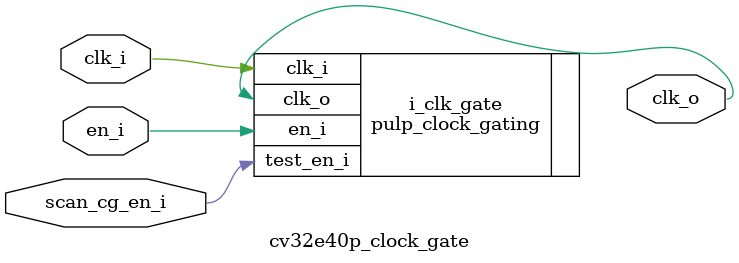
<source format=sv>

module cv32e40p_clock_gate (
    input  logic clk_i,
    input  logic en_i,
    input  logic scan_cg_en_i,
    output logic clk_o
);

  pulp_clock_gating i_clk_gate (
      .clk_i,
      .en_i,
      .test_en_i(scan_cg_en_i),
      .clk_o
  );

endmodule  // cv32e40p_clock_gate

</source>
